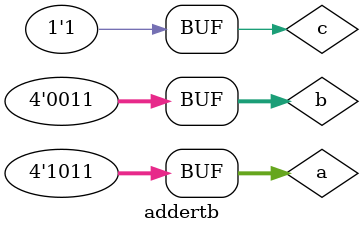
<source format=v>
module addertb();
reg [3:0]a;
reg [3:0]b;
reg c;
wire [3:0]sum;
wire cout;
fourbitadder t4(a,b,c,sum,cout);
initial
begin 

#100 a=15;b=10;c=0;

#100 a=4'b1100;b=4'b0101;c=1'b1;

#100 a=4'b1011;b=4'b0011;c=1'b1;
end
endmodule
</source>
